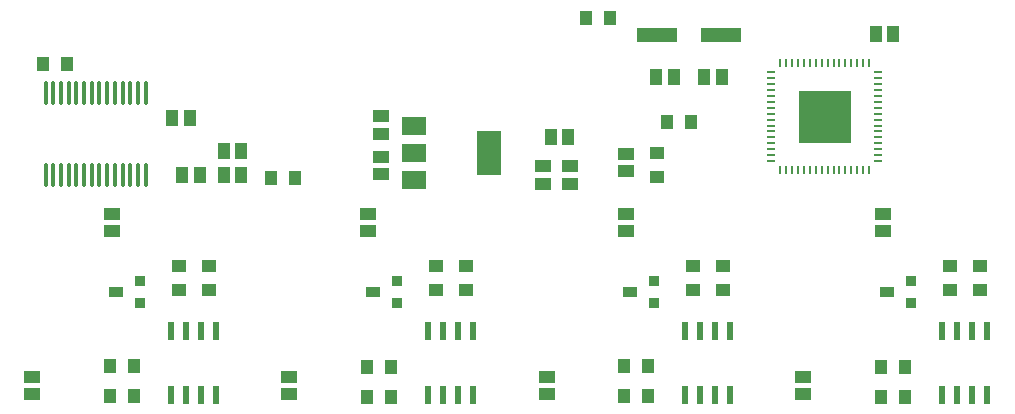
<source format=gtp>
%FSLAX25Y25*%
%MOIN*%
G70*
G01*
G75*
G04 Layer_Color=8421504*
%ADD10R,0.04331X0.05512*%
%ADD11R,0.05512X0.04331*%
%ADD12R,0.07900X0.05900*%
%ADD13R,0.07900X0.15000*%
%ADD14R,0.04000X0.05000*%
%ADD15R,0.13780X0.04724*%
%ADD16R,0.05000X0.03600*%
%ADD17R,0.03600X0.03600*%
%ADD18R,0.05000X0.04000*%
%ADD19R,0.02362X0.06102*%
%ADD20O,0.01378X0.08268*%
%ADD21R,0.17716X0.17716*%
%ADD22O,0.00984X0.02953*%
%ADD23O,0.02953X0.00984*%
%ADD24C,0.01000*%
%ADD25C,0.02500*%
%ADD26R,0.06200X0.06200*%
%ADD27C,0.06200*%
%ADD28C,0.05315*%
%ADD29R,0.05315X0.05315*%
%ADD30R,0.06200X0.06200*%
%ADD31C,0.12992*%
%ADD32C,0.06500*%
%ADD33C,0.03000*%
%ADD34C,0.01500*%
%ADD35C,0.02000*%
%ADD36R,0.20965X0.19882*%
%ADD37C,0.00787*%
%ADD38C,0.00500*%
%ADD39C,0.00400*%
%ADD40C,0.00600*%
%ADD41C,0.00984*%
%ADD42C,0.02362*%
%ADD43C,0.00098*%
%ADD44C,0.00098*%
D10*
X280610Y272441D02*
D03*
X286516D02*
D03*
X388976Y306988D02*
D03*
X394882D02*
D03*
X321752Y292520D02*
D03*
X315846D02*
D03*
X331693D02*
D03*
X337598D02*
D03*
X154527Y278937D02*
D03*
X160433D02*
D03*
X157677Y259744D02*
D03*
X163583D02*
D03*
X177559Y268012D02*
D03*
X171654D02*
D03*
X177559Y259744D02*
D03*
X171654D02*
D03*
D11*
X278051Y262894D02*
D03*
Y256988D02*
D03*
X305807Y267027D02*
D03*
Y261122D02*
D03*
X286910Y262894D02*
D03*
Y256988D02*
D03*
X224114Y260138D02*
D03*
Y266043D02*
D03*
X134252Y247047D02*
D03*
Y241142D02*
D03*
X107874Y186811D02*
D03*
Y192717D02*
D03*
X219882Y247047D02*
D03*
Y241142D02*
D03*
X193504Y186811D02*
D03*
Y192717D02*
D03*
X391240Y241142D02*
D03*
Y247047D02*
D03*
X364862Y192717D02*
D03*
Y186811D02*
D03*
X279232Y192717D02*
D03*
Y186811D02*
D03*
X305610Y241142D02*
D03*
Y247047D02*
D03*
X224213Y279626D02*
D03*
Y273720D02*
D03*
D12*
X235166Y258124D02*
D03*
Y267224D02*
D03*
Y276324D02*
D03*
D13*
X259966Y267224D02*
D03*
D14*
X319374Y277657D02*
D03*
X327374D02*
D03*
X119417Y296850D02*
D03*
X111417D02*
D03*
X133732Y186221D02*
D03*
X141732D02*
D03*
X133732Y196260D02*
D03*
X141732D02*
D03*
X219362Y196063D02*
D03*
X227362D02*
D03*
X219362Y186024D02*
D03*
X227362D02*
D03*
X305091Y196260D02*
D03*
X313091D02*
D03*
X305091Y186221D02*
D03*
X313091D02*
D03*
X390721Y196063D02*
D03*
X398721D02*
D03*
X390720Y186024D02*
D03*
X398720D02*
D03*
X195374Y258858D02*
D03*
X187374D02*
D03*
X300492Y312402D02*
D03*
X292492D02*
D03*
D15*
X337543Y306701D02*
D03*
X315893D02*
D03*
D16*
X135740Y221030D02*
D03*
X221370D02*
D03*
X307098D02*
D03*
X392728D02*
D03*
D17*
X143740Y217230D02*
D03*
Y224730D02*
D03*
X229370Y217230D02*
D03*
Y224730D02*
D03*
X315098D02*
D03*
Y217230D02*
D03*
X400728Y224730D02*
D03*
Y217230D02*
D03*
D18*
X166693Y221730D02*
D03*
Y229730D02*
D03*
X156693Y221730D02*
D03*
Y229730D02*
D03*
X252323Y221730D02*
D03*
Y229730D02*
D03*
X242323Y221730D02*
D03*
Y229730D02*
D03*
X413681D02*
D03*
Y221730D02*
D03*
X338051Y229730D02*
D03*
Y221730D02*
D03*
X423681Y229730D02*
D03*
Y221730D02*
D03*
X328051Y229730D02*
D03*
Y221730D02*
D03*
X315945Y259338D02*
D03*
Y267338D02*
D03*
D19*
X411181Y186600D02*
D03*
X416181D02*
D03*
X421181D02*
D03*
X426181D02*
D03*
Y207860D02*
D03*
X421181D02*
D03*
X416181D02*
D03*
X411181D02*
D03*
X325551Y186600D02*
D03*
X330551D02*
D03*
X335551D02*
D03*
X340551D02*
D03*
Y207860D02*
D03*
X335551D02*
D03*
X330551D02*
D03*
X325551D02*
D03*
X239823D02*
D03*
X244823D02*
D03*
X249823D02*
D03*
X254823D02*
D03*
Y186600D02*
D03*
X249823D02*
D03*
X244823D02*
D03*
X239823D02*
D03*
X154193Y207860D02*
D03*
X159193D02*
D03*
X164193D02*
D03*
X169193D02*
D03*
Y186600D02*
D03*
X164193D02*
D03*
X159193D02*
D03*
X154193D02*
D03*
D20*
X112303Y260039D02*
D03*
X114862D02*
D03*
X117421D02*
D03*
X119981D02*
D03*
X122539D02*
D03*
X125099D02*
D03*
X127657D02*
D03*
X130217D02*
D03*
X132776D02*
D03*
X135335D02*
D03*
X137894D02*
D03*
X140453D02*
D03*
X143012D02*
D03*
X145571D02*
D03*
X112303Y287205D02*
D03*
X114862D02*
D03*
X117421D02*
D03*
X119981D02*
D03*
X122539D02*
D03*
X125099D02*
D03*
X127657D02*
D03*
X130217D02*
D03*
X132776D02*
D03*
X135335D02*
D03*
X137894D02*
D03*
X140453D02*
D03*
X143012D02*
D03*
X145571D02*
D03*
D21*
X371949Y279331D02*
D03*
D22*
X357185Y297146D02*
D03*
X359154D02*
D03*
X361122D02*
D03*
X363091D02*
D03*
X365059D02*
D03*
X367028D02*
D03*
X368996D02*
D03*
X370965D02*
D03*
X372933D02*
D03*
X374902D02*
D03*
X376870D02*
D03*
X378839D02*
D03*
X380807D02*
D03*
X382776D02*
D03*
X384744D02*
D03*
X386713D02*
D03*
Y261516D02*
D03*
X384744D02*
D03*
X382776D02*
D03*
X380807D02*
D03*
X378839D02*
D03*
X376870D02*
D03*
X374902D02*
D03*
X372933D02*
D03*
X370965D02*
D03*
X368996D02*
D03*
X367028D02*
D03*
X365059D02*
D03*
X363091D02*
D03*
X361122D02*
D03*
X359154D02*
D03*
X357185D02*
D03*
D23*
X389764Y294094D02*
D03*
Y292126D02*
D03*
Y290157D02*
D03*
Y288189D02*
D03*
Y286220D02*
D03*
Y284252D02*
D03*
Y282283D02*
D03*
Y280315D02*
D03*
Y278346D02*
D03*
Y276378D02*
D03*
Y274409D02*
D03*
Y272441D02*
D03*
Y270472D02*
D03*
Y268504D02*
D03*
Y266535D02*
D03*
Y264567D02*
D03*
X354134D02*
D03*
Y266535D02*
D03*
Y268504D02*
D03*
Y270472D02*
D03*
Y272441D02*
D03*
Y274409D02*
D03*
Y276378D02*
D03*
Y278346D02*
D03*
Y280315D02*
D03*
Y282283D02*
D03*
Y284252D02*
D03*
Y286220D02*
D03*
Y288189D02*
D03*
Y290157D02*
D03*
Y292126D02*
D03*
Y294094D02*
D03*
M02*

</source>
